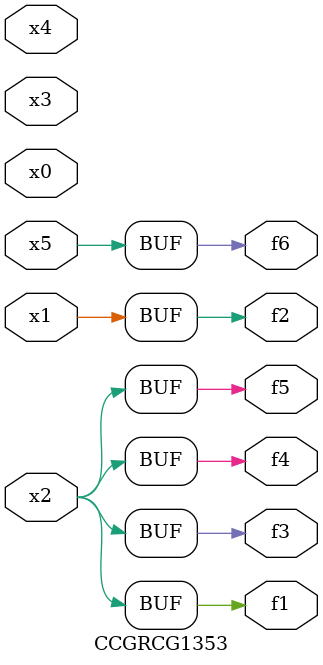
<source format=v>
module CCGRCG1353(
	input x0, x1, x2, x3, x4, x5,
	output f1, f2, f3, f4, f5, f6
);
	assign f1 = x2;
	assign f2 = x1;
	assign f3 = x2;
	assign f4 = x2;
	assign f5 = x2;
	assign f6 = x5;
endmodule

</source>
